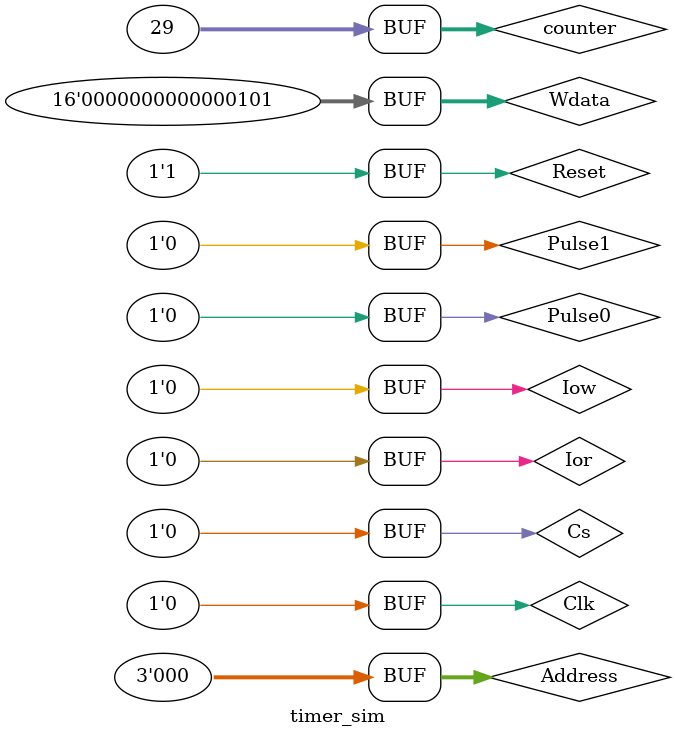
<source format=v>
`timescale 1ns / 1ps


module timer_sim(
    );
//input Reset,input [2:0] Address,input Cs,input Clk,input Iow,input Ior ,input [15:0] Wdata, output [15:0] Rdata,
//input Pulse0 ,input Pulse1,output Cout0,output Cout1 
//Debug wires:output [15:0] state_reg0,output [15:0] function_reg0,output [15:0] cur_value_reg0,output [15:0] cur_cnt_value_reg0   ,output run_one_period0,output refresh_reg0
    //input -> reg ; output->wire
    reg Reset;
    reg [2:0] Address;
    reg Cs;
    reg Clk;
    reg Iow;
    reg Ior;
    reg [15:0] Wdata;
    wire [15:0] Rdata;
    reg Pulse0;
    reg Pulse1;
    wire Cout0;
    wire Cout1;  
    //Below are debug wires
    wire [15:0] state_reg0; wire [15:0] function_reg0; wire [15:0] cur_value_reg0; wire [15:0] cur_cnt_value_reg0;
    wire run_one_period0;wire refresh_reg0;
    
    dev_timer uut_timer(Reset,Address,Cs,Clk,Iow,Ior,Wdata,Rdata,Pulse0,Pulse1,Cout0,Cout1/*,state_reg0,function_reg0,cur_value_reg0,cur_cnt_value_reg0,run_one_period0,refresh_reg0*/);
    reg [31:0] counter;
   
   //ÏÂÃæÊÇ²âÊÔ¼ÆÊýµÄ´úÂë
   always
        begin
            Reset = 1; Address[2:0]=0; Cs=0; Clk=0; Iow=0; Ior=0; Wdata[15:0]=0; Pulse0=0; Pulse1=0; counter=0;
            #5;
            Reset = 0;//ÖØÖÃ
            #5;
            Reset = 1;
            Address[2:0]=3'd0;//·½Ê½¼Ä´æÆ÷0
            Cs=1;Iow=1;Ior=0;
            Wdata[15:0]=16'h0001;//Ð´ÈëÑ­»· ¼ÆÊý
            Clk=1;
            #5;
            Cs=0;Iow=0;Ior=0;
            Clk=0;
            #5;
    
            Address[2:0]=3'd4;//³õÖµ¼Ä´æÆ÷0
            Cs=1;Iow=1;Ior=0;
            Wdata[15:0]=16'd5;//Ð´Èë6µ½³õÖµ¼Ä´æÆ÷0
            Clk=1;
            #5;
            Clk=0;
            #5;
            Cs=0;Iow=0;Ior=0;
            
            for(counter=0;counter<29;counter=counter+1)
            begin
                Pulse0=1;
                Clk=1;
                #5;
                Pulse0=0;
                Clk=0;
                #5;
                if(counter==15)
                    begin//²âÊÔ¶Á×´Ì¬¼Ä´æÆ÷
                           Address[2:0]=3'd0;//×´Ì¬¼Ä´æÆ÷0
                           Cs=1;Iow=0;Ior=1;
                           Clk=1;
                           #5;
                           Clk=0;
                           #5;
                           Cs=0;Iow=0;Ior=0;
                    end
            end
    end
   
   
   
   
   
   /* 
   //ÏÂÃæÊÇ²âÊÔ¶¨Ê±µÄ´úÂë
    always
    begin
        Reset = 1; Address[2:0]=0; Cs=0; Clk=0; Iow=0; Ior=0; Wdata[15:0]=0; Pulse0=0; Pulse1=0; counter=0;
        #5;
        Reset = 0;//ÖØÖÃ
        #5;
        Reset = 1;
        Address[2:0]=3'd0;//·½Ê½¼Ä´æÆ÷0
        Cs=1;Iow=1;Ior=0;
        Wdata[15:0]=16'h0000;//Ð´ÈëÑ­»· ¶¨Ê±
        Clk=1;
        #5;
        Cs=0;Iow=0;Ior=0;
        Clk=0;
        #5;

        Address[2:0]=3'd4;//³õÖµ¼Ä´æÆ÷0
        Cs=1;Iow=1;Ior=0;
        Wdata[15:0]=16'd7;//Ð´Èë6µ½³õÖµ¼Ä´æÆ÷0
        Clk=1;
        #5;
        Clk=0;
        #5;
        Cs=0;Iow=0;Ior=0;
        
        for(counter=0;counter<29;counter=counter+1)
        begin
            Clk=1;
            #5;
            Clk=0;
            #5;
            if(counter==4 || counter==15)
            begin//²âÊÔ¶Á×´Ì¬¼Ä´æÆ÷
                   Address[2:0]=3'd0;//×´Ì¬¼Ä´æÆ÷0
                   Cs=1;Iow=0;Ior=1;
                   Clk=1;
                   #5;
                   Clk=0;
                   #5;
                   Cs=0;Iow=0;Ior=0;
            end
        end

       
        for(counter=0;counter<100;counter=counter+1)
        begin
            Clk=1;
            #5;
            Clk=0;
            #5;
        end
    end
    */
    
endmodule

</source>
